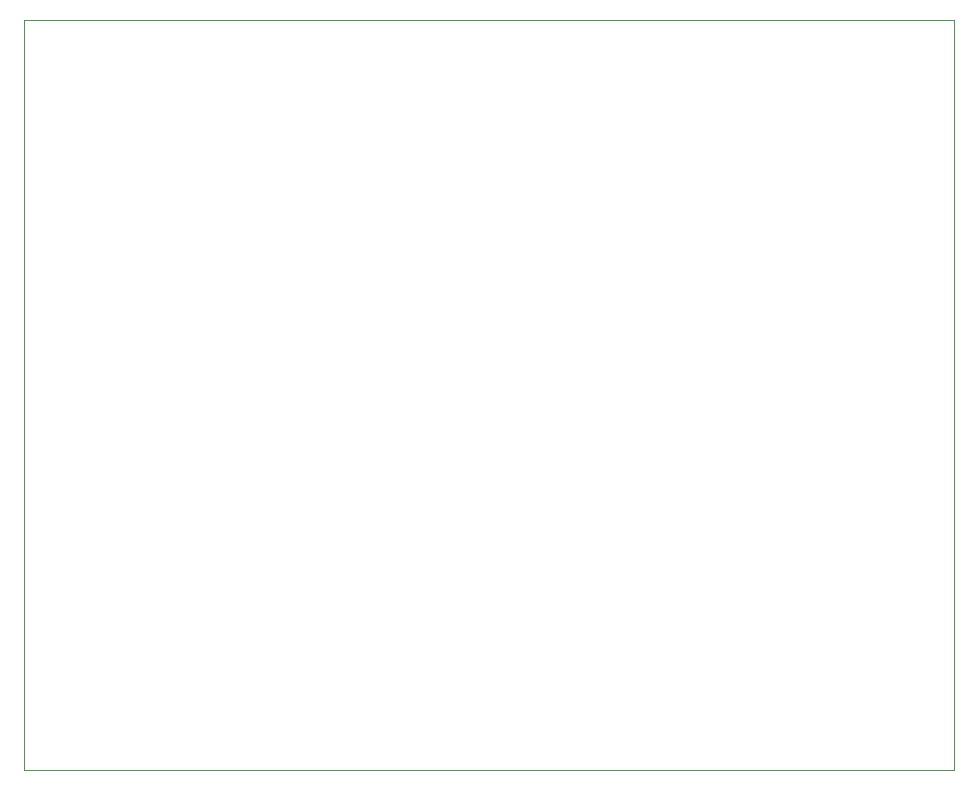
<source format=gbr>
%TF.GenerationSoftware,KiCad,Pcbnew,7.0.8*%
%TF.CreationDate,2025-10-26T01:44:15+02:00*%
%TF.ProjectId,Gyroskopicky-ovladac,4779726f-736b-46f7-9069-636b792d6f76,rev?*%
%TF.SameCoordinates,Original*%
%TF.FileFunction,Profile,NP*%
%FSLAX46Y46*%
G04 Gerber Fmt 4.6, Leading zero omitted, Abs format (unit mm)*
G04 Created by KiCad (PCBNEW 7.0.8) date 2025-10-26 01:44:15*
%MOMM*%
%LPD*%
G01*
G04 APERTURE LIST*
%TA.AperFunction,Profile*%
%ADD10C,0.100000*%
%TD*%
G04 APERTURE END LIST*
D10*
X58420000Y-116840000D02*
X137160000Y-116840000D01*
X58420000Y-116840000D02*
X58420000Y-53340000D01*
X137160000Y-116840000D02*
X137160000Y-53340000D01*
X137160000Y-53340000D02*
X58420000Y-53340000D01*
M02*

</source>
